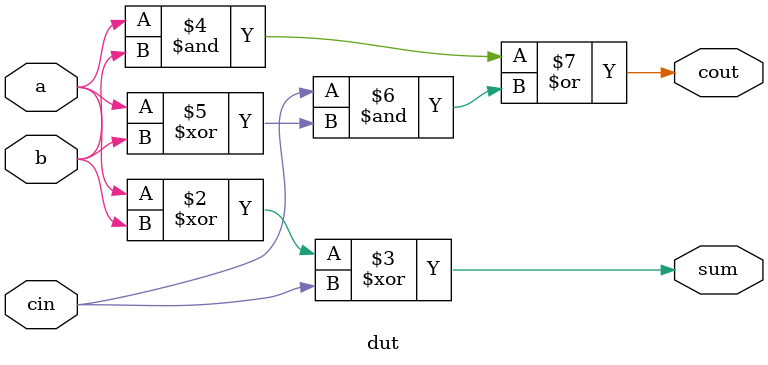
<source format=v>
module dut(
    input a, b, cin,
    output reg sum, cout
);

always @(*) begin
    sum = a ^ b ^ cin;
    cout = (a & b) | (cin & (a ^ b));
end

endmodule
</source>
